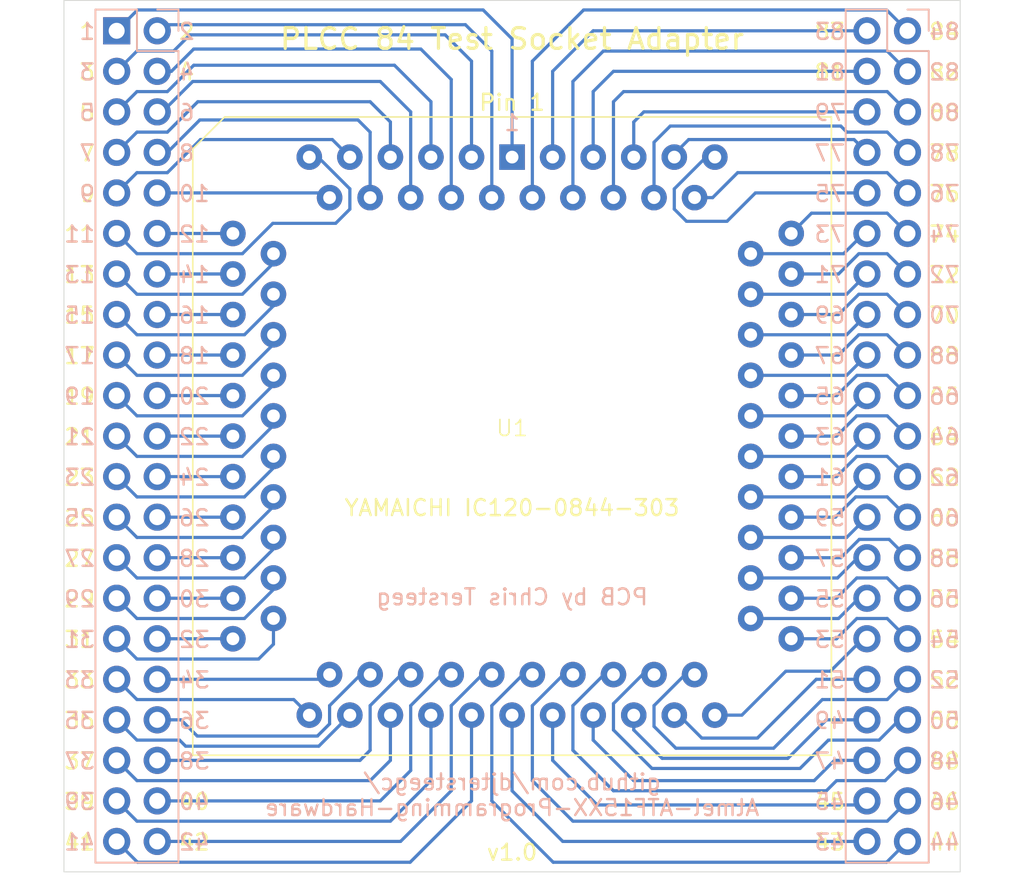
<source format=kicad_pcb>
(kicad_pcb (version 20240108) (generator "pcbnew") (generator_version "8.0")
  (title_block (title "PLCC-84 Test Socket Adapter") (date "2025-02-20") (rev "v1.0") (company "Chris Tersteeg"))
  (layers (0 "F.Cu" signal) (31 "B.Cu" signal) (34 "B.Paste" user) (35 "F.Paste" user) (36 "B.SilkS" user "B.Silkscreen") (37 "F.SilkS" user "F.Silkscreen") (38 "B.Mask" user) (39 "F.Mask" user) (44 "Edge.Cuts" user))
  (net 0 "")
  (net 1 "/Pin20")
  (net 2 "/Pin23")
  (net 3 "/Pin11")
  (net 4 "/Pin15")
  (net 5 "/Pin26")
  (net 6 "/Pin31")
  (net 7 "/Pin35")
  (net 8 "/Pin16")
  (net 9 "/Pin21")
  (net 10 "/Pin4")
  (net 11 "/Pin3")
  (net 12 "/Pin25")
  (net 13 "/Pin9")
  (net 14 "/Pin28")
  (net 15 "/Pin33")
  (net 16 "/Pin18")
  (net 17 "/Pin6")
  (net 18 "/Pin19")
  (net 19 "/Pin32")
  (net 20 "/Pin13")
  (net 21 "/Pin36")
  (net 22 "/Pin30")
  (net 23 "/Pin39")
  (net 24 "/Pin12")
  (net 25 "/Pin29")
  (net 26 "/Pin22")
  (net 27 "/Pin40")
  (net 28 "/Pin27")
  (net 29 "/Pin42")
  (net 30 "/Pin5")
  (net 31 "/Pin24")
  (net 32 "/Pin8")
  (net 33 "/Pin34")
  (net 34 "/Pin14")
  (net 35 "/Pin41")
  (net 36 "/Pin1")
  (net 37 "/Pin17")
  (net 38 "/Pin37")
  (net 39 "/Pin2")
  (net 40 "/Pin7")
  (net 41 "/Pin38")
  (net 42 "/Pin10")
  (net 43 "/Pin45")
  (net 44 "/Pin50")
  (net 45 "/Pin61")
  (net 46 "/Pin48")
  (net 47 "/Pin64")
  (net 48 "/Pin46")
  (net 49 "/Pin52")
  (net 50 "/Pin59")
  (net 51 "/Pin74")
  (net 52 "/Pin69")
  (net 53 "/Pin51")
  (net 54 "/Pin62")
  (net 55 "/Pin60")
  (net 56 "/Pin44")
  (net 57 "/Pin70")
  (net 58 "/Pin53")
  (net 59 "/Pin71")
  (net 60 "/Pin66")
  (net 61 "/Pin65")
  (net 62 "/Pin72")
  (net 63 "/Pin47")
  (net 64 "/Pin79")
  (net 65 "/Pin82")
  (net 66 "/Pin58")
  (net 67 "/Pin43")
  (net 68 "/Pin67")
  (net 69 "/Pin57")
  (net 70 "/Pin83")
  (net 71 "/Pin81")
  (net 72 "/Pin73")
  (net 73 "/Pin68")
  (net 74 "/Pin84")
  (net 75 "/Pin55")
  (net 76 "/Pin80")
  (net 77 "/Pin76")
  (net 78 "/Pin54")
  (net 79 "/Pin63")
  (net 80 "/Pin78")
  (net 81 "/Pin56")
  (net 82 "/Pin49")
  (net 83 "/Pin77")
  (net 84 "/Pin75")
  (footprint "Tersteeg:Yamaichi IC120-0844-303 PLCC84" (layer "F.Cu") (at 160.02 93.98)
    (property "Reference" "U1")
    (property "Value" "ATF1508AS-10JU84")
  )
  (footprint "Connector_PinHeader_2.54mm:PinHeader_2x21_P2.54mm_Vertical" (layer "B.Cu") (at 137.795 68.58 180)
    (property "Reference" "J1" (hide yes))
    (property "Value" "Conn_02x21_Odd_Even")
  )
  (footprint "Connector_PinHeader_2.54mm:PinHeader_2x21_P2.54mm_Vertical" (layer "B.Cu") (at 184.785 68.58 180)
    (property "Reference" "J2" (hide yes))
    (property "Value" "Conn_02x21_Odd_Even")
  )
  (gr_line (start 188.087 121.285) (end 131.953 121.285) (stroke (width 0.05)) (layer "Edge.Cuts"))
  (gr_line (start 131.953 66.675) (end 188.087 66.675) (stroke (width 0.05)) (layer "Edge.Cuts"))
  (gr_line (start 131.953 121.285) (end 131.953 66.675) (stroke (width 0.05)) (layer "Edge.Cuts"))
  (gr_line (start 188.087 66.675) (end 188.087 121.285) (stroke (width 0.05)) (layer "Edge.Cuts"))
  (gr_text "51" (at 180.975 109.855 0) (layer "B.SilkS") (effects (font (size 1 1) (thickness 0.15) (bold yes)) (justify left bottom mirror)))
  (gr_text "15" (at 133.985 86.995 0) (layer "B.SilkS") (effects (font (size 1 1) (thickness 0.15) (bold yes)) (justify left bottom mirror)))
  (gr_text "53" (at 180.975 107.315 0) (layer "B.SilkS") (effects (font (size 1 1) (thickness 0.15) (bold yes)) (justify left bottom mirror)))
  (gr_text "77" (at 180.975 76.835 0) (layer "B.SilkS") (effects (font (size 1 1) (thickness 0.15) (bold yes)) (justify left bottom mirror)))
  (gr_text "PCB by Chris Tersteeg" (at 160.02 104.648 0) (layer "B.SilkS") (effects (font (size 1 1) (thickness 0.15) (bold yes)) (justify bottom mirror)))
  (gr_text "42" (at 139.065 120.015 0) (layer "B.SilkS") (effects (font (size 1 1) (thickness 0.15) (bold yes)) (justify right bottom mirror)))
  (gr_text "16" (at 139.065 86.995 0) (layer "B.SilkS") (effects (font (size 1 1) (thickness 0.15) (bold yes)) (justify right bottom mirror)))
  (gr_text "11" (at 133.985 81.915 0) (layer "B.SilkS") (effects (font (size 1 1) (thickness 0.15) (bold yes)) (justify left bottom mirror)))
  (gr_text "67" (at 180.975 89.535 0) (layer "B.SilkS") (effects (font (size 1 1) (thickness 0.15) (bold yes)) (justify left bottom mirror)))
  (gr_text "63" (at 180.975 94.615 0) (layer "B.SilkS") (effects (font (size 1 1) (thickness 0.15) (bold yes)) (justify left bottom mirror)))
  (gr_text "48" (at 186.055 114.935 0) (layer "B.SilkS") (effects (font (size 1 1) (thickness 0.15) (bold yes)) (justify right bottom mirror)))
  (gr_text "33" (at 133.985 109.855 0) (layer "B.SilkS") (effects (font (size 1 1) (thickness 0.15) (bold yes)) (justify left bottom mirror)))
  (gr_text "30" (at 139.065 104.775 0) (layer "B.SilkS") (effects (font (size 1 1) (thickness 0.15) (bold yes)) (justify right bottom mirror)))
  (gr_text "8" (at 139.065 76.835 0) (layer "B.SilkS") (effects (font (size 1 1) (thickness 0.15) (bold yes)) (justify right bottom mirror)))
  (gr_text "80" (at 186.055 74.295 0) (layer "B.SilkS") (effects (font (size 1 1) (thickness 0.15) (bold yes)) (justify right bottom mirror)))
  (gr_text "6" (at 139.065 74.295 0) (layer "B.SilkS") (effects (font (size 1 1) (thickness 0.15) (bold yes)) (justify right bottom mirror)))
  (gr_text "31" (at 133.985 107.315 0) (layer "B.SilkS") (effects (font (size 1 1) (thickness 0.15) (bold yes)) (justify left bottom mirror)))
  (gr_text "10" (at 139.065 79.375 0) (layer "B.SilkS") (effects (font (size 1 1) (thickness 0.15) (bold yes)) (justify right bottom mirror)))
  (gr_text "17" (at 133.985 89.535 0) (layer "B.SilkS") (effects (font (size 1 1) (thickness 0.15) (bold yes)) (justify left bottom mirror)))
  (gr_text "28" (at 139.065 102.235 0) (layer "B.SilkS") (effects (font (size 1 1) (thickness 0.15) (bold yes)) (justify right bottom mirror)))
  (gr_text "22" (at 139.065 94.615 0) (layer "B.SilkS") (effects (font (size 1 1) (thickness 0.15) (bold yes)) (justify right bottom mirror)))
  (gr_text "45" (at 180.975 117.475 0) (layer "B.SilkS") (effects (font (size 1 1) (thickness 0.15) (bold yes)) (justify left bottom mirror)))
  (gr_text "37" (at 133.985 114.935 0) (layer "B.SilkS") (effects (font (size 1 1) (thickness 0.15) (bold yes)) (justify left bottom mirror)))
  (gr_text "61" (at 180.975 97.155 0) (layer "B.SilkS") (effects (font (size 1 1) (thickness 0.15) (bold yes)) (justify left bottom mirror)))
  (gr_text "73" (at 180.975 81.915 0) (layer "B.SilkS") (effects (font (size 1 1) (thickness 0.15) (bold yes)) (justify left bottom mirror)))
  (gr_text "2" (at 139.065 69.215 0) (layer "B.SilkS") (effects (font (size 1 1) (thickness 0.15) (bold yes)) (justify right bottom mirror)))
  (gr_text "54" (at 186.055 107.315 0) (layer "B.SilkS") (effects (font (size 1 1) (thickness 0.15) (bold yes)) (justify right bottom mirror)))
  (gr_text "github.com/djtersteegc/\nAtmel-ATF15XX-Programming-Hardware" (at 160.02 117.856 0) (layer "B.SilkS") (effects (font (size 1 1) (thickness 0.15) (bold yes)) (justify bottom mirror)))
  (gr_text "82" (at 186.055 71.755 0) (layer "B.SilkS") (effects (font (size 1 1) (thickness 0.15) (bold yes)) (justify right bottom mirror)))
  (gr_text "20" (at 139.065 92.075 0) (layer "B.SilkS") (effects (font (size 1 1) (thickness 0.15) (bold yes)) (justify right bottom mirror)))
  (gr_text "78" (at 186.055 76.835 0) (layer "B.SilkS") (effects (font (size 1 1) (thickness 0.15) (bold yes)) (justify right bottom mirror)))
  (gr_text "44" (at 186.055 120.015 0) (layer "B.SilkS") (effects (font (size 1 1) (thickness 0.15) (bold yes)) (justify right bottom mirror)))
  (gr_text "64" (at 186.055 94.615 0) (layer "B.SilkS") (effects (font (size 1 1) (thickness 0.15) (bold yes)) (justify right bottom mirror)))
  (gr_text "46" (at 186.055 117.475 0) (layer "B.SilkS") (effects (font (size 1 1) (thickness 0.15) (bold yes)) (justify right bottom mirror)))
  (gr_text "27" (at 133.985 102.235 0) (layer "B.SilkS") (effects (font (size 1 1) (thickness 0.15) (bold yes)) (justify left bottom mirror)))
  (gr_text "25" (at 133.985 99.695 0) (layer "B.SilkS") (effects (font (size 1 1) (thickness 0.15) (bold yes)) (justify left bottom mirror)))
  (gr_text "34" (at 139.065 109.855 0) (layer "B.SilkS") (effects (font (size 1 1) (thickness 0.15) (bold yes)) (justify right bottom mirror)))
  (gr_text "24" (at 139.065 97.155 0) (layer "B.SilkS") (effects (font (size 1 1) (thickness 0.15) (bold yes)) (justify right bottom mirror)))
  (gr_text "66" (at 186.055 92.075 0) (layer "B.SilkS") (effects (font (size 1 1) (thickness 0.15) (bold yes)) (justify right bottom mirror)))
  (gr_text "36" (at 139.065 112.395 0) (layer "B.SilkS") (effects (font (size 1 1) (thickness 0.15) (bold yes)) (justify right bottom mirror)))
  (gr_text "14" (at 139.065 84.455 0) (layer "B.SilkS") (effects (font (size 1 1) (thickness 0.15) (bold yes)) (justify right bottom mirror)))
  (gr_text "1" (at 160.02 74.93 0) (layer "B.SilkS") (effects (font (size 1 1) (thickness 0.15) (bold yes)) (justify bottom mirror)))
  (gr_text "84" (at 186.055 69.215 0) (layer "B.SilkS") (effects (font (size 1 1) (thickness 0.15) (bold yes)) (justify right bottom mirror)))
  (gr_text "29" (at 133.985 104.775 0) (layer "B.SilkS") (effects (font (size 1 1) (thickness 0.15) (bold yes)) (justify left bottom mirror)))
  (gr_text "58" (at 186.055 102.235 0) (layer "B.SilkS") (effects (font (size 1 1) (thickness 0.15) (bold yes)) (justify right bottom mirror)))
  (gr_text "12" (at 139.065 81.915 0) (layer "B.SilkS") (effects (font (size 1 1) (thickness 0.15) (bold yes)) (justify right bottom mirror)))
  (gr_text "65" (at 180.975 92.075 0) (layer "B.SilkS") (effects (font (size 1 1) (thickness 0.15) (bold yes)) (justify left bottom mirror)))
  (gr_text "74" (at 186.055 81.915 0) (layer "B.SilkS") (effects (font (size 1 1) (thickness 0.15) (bold yes)) (justify right bottom mirror)))
  (gr_text "7" (at 133.985 76.835 0) (layer "B.SilkS") (effects (font (size 1 1) (thickness 0.15) (bold yes)) (justify left bottom mirror)))
  (gr_text "5" (at 133.985 74.295 0) (layer "B.SilkS") (effects (font (size 1 1) (thickness 0.15) (bold yes)) (justify left bottom mirror)))
  (gr_text "79" (at 180.975 74.295 0) (layer "B.SilkS") (effects (font (size 1 1) (thickness 0.15) (bold yes)) (justify left bottom mirror)))
  (gr_text "43" (at 180.975 120.015 0) (layer "B.SilkS") (effects (font (size 1 1) (thickness 0.15) (bold yes)) (justify left bottom mirror)))
  (gr_text "47" (at 180.975 114.935 0) (layer "B.SilkS") (effects (font (size 1 1) (thickness 0.15) (bold yes)) (justify left bottom mirror)))
  (gr_text "52" (at 186.055 109.855 0) (layer "B.SilkS") (effects (font (size 1 1) (thickness 0.15) (bold yes)) (justify right bottom mirror)))
  (gr_text "72" (at 186.055 84.455 0) (layer "B.SilkS") (effects (font (size 1 1) (thickness 0.15) (bold yes)) (justify right bottom mirror)))
  (gr_text "26" (at 139.065 99.695 0) (layer "B.SilkS") (effects (font (size 1 1) (thickness 0.15) (bold yes)) (justify right bottom mirror)))
  (gr_text "57" (at 180.975 102.235 0) (layer "B.SilkS") (effects (font (size 1 1) (thickness 0.15) (bold yes)) (justify left bottom mirror)))
  (gr_text "76" (at 186.055 79.375 0) (layer "B.SilkS") (effects (font (size 1 1) (thickness 0.15) (bold yes)) (justify right bottom mirror)))
  (gr_text "3" (at 133.985 71.755 0) (layer "B.SilkS") (effects (font (size 1 1) (thickness 0.15) (bold yes)) (justify left bottom mirror)))
  (gr_text "69" (at 180.975 86.995 0) (layer "B.SilkS") (effects (font (size 1 1) (thickness 0.15) (bold yes)) (justify left bottom mirror)))
  (gr_text "32" (at 139.065 107.315 0) (layer "B.SilkS") (effects (font (size 1 1) (thickness 0.15) (bold yes)) (justify right bottom mirror)))
  (gr_text "56" (at 186.055 104.775 0) (layer "B.SilkS") (effects (font (size 1 1) (thickness 0.15) (bold yes)) (justify right bottom mirror)))
  (gr_text "9" (at 133.985 79.375 0) (layer "B.SilkS") (effects (font (size 1 1) (thickness 0.15) (bold yes)) (justify left bottom mirror)))
  (gr_text "55" (at 180.975 104.775 0) (layer "B.SilkS") (effects (font (size 1 1) (thickness 0.15) (bold yes)) (justify left bottom mirror)))
  (gr_text "70" (at 186.055 86.995 0) (layer "B.SilkS") (effects (font (size 1 1) (thickness 0.15) (bold yes)) (justify right bottom mirror)))
  (gr_text "71" (at 180.975 84.455 0) (layer "B.SilkS") (effects (font (size 1 1) (thickness 0.15) (bold yes)) (justify left bottom mirror)))
  (gr_text "41" (at 133.985 120.015 0) (layer "B.SilkS") (effects (font (size 1 1) (thickness 0.15) (bold yes)) (justify left bottom mirror)))
  (gr_text "81" (at 180.975 71.755 0) (layer "B.SilkS") (effects (font (size 1 1) (thickness 0.15) (bold yes)) (justify left bottom mirror)))
  (gr_text "49" (at 180.975 112.395 0) (layer "B.SilkS") (effects (font (size 1 1) (thickness 0.15) (bold yes)) (justify left bottom mirror)))
  (gr_text "50" (at 186.055 112.395 0) (layer "B.SilkS") (effects (font (size 1 1) (thickness 0.15) (bold yes)) (justify right bottom mirror)))
  (gr_text "19" (at 133.985 92.075 0) (layer "B.SilkS") (effects (font (size 1 1) (thickness 0.15) (bold yes)) (justify left bottom mirror)))
  (gr_text "21" (at 133.985 94.615 0) (layer "B.SilkS") (effects (font (size 1 1) (thickness 0.15) (bold yes)) (justify left bottom mirror)))
  (gr_text "1" (at 133.985 69.215 0) (layer "B.SilkS") (effects (font (size 1 1) (thickness 0.15) (bold yes)) (justify left bottom mirror)))
  (gr_text "18" (at 139.065 89.535 0) (layer "B.SilkS") (effects (font (size 1 1) (thickness 0.15) (bold yes)) (justify right bottom mirror)))
  (gr_text "62" (at 186.055 97.155 0) (layer "B.SilkS") (effects (font (size 1 1) (thickness 0.15) (bold yes)) (justify right bottom mirror)))
  (gr_text "83" (at 180.975 69.215 0) (layer "B.SilkS") (effects (font (size 1 1) (thickness 0.15) (bold yes)) (justify left bottom mirror)))
  (gr_text "13" (at 133.985 84.455 0) (layer "B.SilkS") (effects (font (size 1 1) (thickness 0.15) (bold yes)) (justify left bottom mirror)))
  (gr_text "60" (at 186.055 99.695 0) (layer "B.SilkS") (effects (font (size 1 1) (thickness 0.15) (bold yes)) (justify right bottom mirror)))
  (gr_text "39" (at 133.985 117.475 0) (layer "B.SilkS") (effects (font (size 1 1) (thickness 0.15) (bold yes)) (justify left bottom mirror)))
  (gr_text "40" (at 139.065 117.475 0) (layer "B.SilkS") (effects (font (size 1 1) (thickness 0.15) (bold yes)) (justify right bottom mirror)))
  (gr_text "59" (at 180.975 99.695 0) (layer "B.SilkS") (effects (font (size 1 1) (thickness 0.15) (bold yes)) (justify left bottom mirror)))
  (gr_text "23" (at 133.985 97.155 0) (layer "B.SilkS") (effects (font (size 1 1) (thickness 0.15) (bold yes)) (justify left bottom mirror)))
  (gr_text "38" (at 139.065 114.935 0) (layer "B.SilkS") (effects (font (size 1 1) (thickness 0.15) (bold yes)) (justify right bottom mirror)))
  (gr_text "35" (at 133.985 112.395 0) (layer "B.SilkS") (effects (font (size 1 1) (thickness 0.15) (bold yes)) (justify left bottom mirror)))
  (gr_text "68" (at 186.055 89.535 0) (layer "B.SilkS") (effects (font (size 1 1) (thickness 0.15) (bold yes)) (justify right bottom mirror)))
  (gr_text "75" (at 180.975 79.375 0) (layer "B.SilkS") (effects (font (size 1 1) (thickness 0.15) (bold yes)) (justify left bottom mirror)))
  (gr_text "4" (at 139.065 71.755 0) (layer "B.SilkS") (effects (font (size 1 1) (thickness 0.15) (bold yes)) (justify right bottom mirror)))
  (gr_text "25" (at 133.985 99.695 0) (layer "F.SilkS") (effects (font (size 1 1) (thickness 0.15) (bold yes)) (justify right bottom)))
  (gr_text "43" (at 180.975 120.015 0) (layer "F.SilkS") (effects (font (size 1 1) (thickness 0.15) (bold yes)) (justify right bottom)))
  (gr_text "46" (at 186.055 117.475 0) (layer "F.SilkS") (effects (font (size 1 1) (thickness 0.15) (bold yes)) (justify left bottom)))
  (gr_text "80" (at 186.055 74.295 0) (layer "F.SilkS") (effects (font (size 1 1) (thickness 0.15) (bold yes)) (justify left bottom)))
  (gr_text "23" (at 133.985 97.155 0) (layer "F.SilkS") (effects (font (size 1 1) (thickness 0.15) (bold yes)) (justify right bottom)))
  (gr_text "74" (at 186.055 81.915 0) (layer "F.SilkS") (effects (font (size 1 1) (thickness 0.15) (bold yes)) (justify left bottom)))
  (gr_text "68" (at 186.055 89.535 0) (layer "F.SilkS") (effects (font (size 1 1) (thickness 0.15) (bold yes)) (justify left bottom)))
  (gr_text "60" (at 186.055 99.695 0) (layer "F.SilkS") (effects (font (size 1 1) (thickness 0.15) (bold yes)) (justify left bottom)))
  (gr_text "70" (at 186.055 86.995 0) (layer "F.SilkS") (effects (font (size 1 1) (thickness 0.15) (bold yes)) (justify left bottom)))
  (gr_text "9" (at 133.985 79.375 0) (layer "F.SilkS") (effects (font (size 1 1) (thickness 0.15) (bold yes)) (justify right bottom)))
  (gr_text "15" (at 133.985 86.995 0) (layer "F.SilkS") (effects (font (size 1 1) (thickness 0.15) (bold yes)) (justify right bottom)))
  (gr_text "11" (at 133.985 81.915 0) (layer "F.SilkS") (effects (font (size 1 1) (thickness 0.15) (bold yes)) (justify right bottom)))
  (gr_text "31" (at 133.985 107.315 0) (layer "F.SilkS") (effects (font (size 1 1) (thickness 0.15) (bold yes)) (justify right bottom)))
  (gr_text "YAMAICHI IC120-0844-303\n" (at 160.02 99.06 0) (layer "F.SilkS") (effects (font (size 1 1)) (justify bottom)))
  (gr_text "78" (at 186.055 76.835 0) (layer "F.SilkS") (effects (font (size 1 1) (thickness 0.15) (bold yes)) (justify left bottom)))
  (gr_text "72" (at 186.055 84.455 0) (layer "F.SilkS") (effects (font (size 1 1) (thickness 0.15) (bold yes)) (justify left bottom)))
  (gr_text "45" (at 180.975 117.475 0) (layer "F.SilkS") (effects (font (size 1 1) (thickness 0.15) (bold yes)) (justify right bottom)))
  (gr_text "5" (at 133.985 74.295 0) (layer "F.SilkS") (effects (font (size 1 1) (thickness 0.15) (bold yes)) (justify right bottom)))
  (gr_text "21" (at 133.985 94.615 0) (layer "F.SilkS") (effects (font (size 1 1) (thickness 0.15) (bold yes)) (justify right bottom)))
  (gr_text "39" (at 133.985 117.475 0) (layer "F.SilkS") (effects (font (size 1 1) (thickness 0.15) (bold yes)) (justify right bottom)))
  (gr_text "52" (at 186.055 109.855 0) (layer "F.SilkS") (effects (font (size 1 1) (thickness 0.15) (bold yes)) (justify left bottom)))
  (gr_text "50" (at 186.055 112.395 0) (layer "F.SilkS") (effects (font (size 1 1) (thickness 0.15) (bold yes)) (justify left bottom)))
  (gr_text "41" (at 133.985 120.015 0) (layer "F.SilkS") (effects (font (size 1 1) (thickness 0.15) (bold yes)) (justify right bottom)))
  (gr_text "4" (at 139.065 71.755 0) (layer "F.SilkS") (effects (font (size 1 1) (thickness 0.15) (bold yes)) (justify left bottom)))
  (gr_text "40" (at 139.065 117.475 0) (layer "F.SilkS") (effects (font (size 1 1) (thickness 0.15) (bold yes)) (justify left bottom)))
  (gr_text "81" (at 180.975 71.755 0) (layer "F.SilkS") (effects (font (size 1 1) (thickness 0.15) (bold yes)) (justify right bottom)))
  (gr_text "3" (at 133.985 71.755 0) (layer "F.SilkS") (effects (font (size 1 1) (thickness 0.15) (bold yes)) (justify right bottom)))
  (gr_text "83" (at 180.975 69.215 0) (layer "F.SilkS") (effects (font (size 1 1) (thickness 0.15) (bold yes)) (justify right bottom)))
  (gr_text "62" (at 186.055 97.155 0) (layer "F.SilkS") (effects (font (size 1 1) (thickness 0.15) (bold yes)) (justify left bottom)))
  (gr_text "33" (at 133.985 109.855 0) (layer "F.SilkS") (effects (font (size 1 1) (thickness 0.15) (bold yes)) (justify right bottom)))
  (gr_text "58" (at 186.055 102.235 0) (layer "F.SilkS") (effects (font (size 1 1) (thickness 0.15) (bold yes)) (justify left bottom)))
  (gr_text "48" (at 186.055 114.935 0) (layer "F.SilkS") (effects (font (size 1 1) (thickness 0.15) (bold yes)) (justify left bottom)))
  (gr_text "42" (at 139.065 120.015 0) (layer "F.SilkS") (effects (font (size 1 1) (thickness 0.15) (bold yes)) (justify left bottom)))
  (gr_text "84" (at 186.055 69.215 0) (layer "F.SilkS") (effects (font (size 1 1) (thickness 0.15) (bold yes)) (justify left bottom)))
  (gr_text "35" (at 133.985 112.395 0) (layer "F.SilkS") (effects (font (size 1 1) (thickness 0.15) (bold yes)) (justify right bottom)))
  (gr_text "13" (at 133.985 84.455 0) (layer "F.SilkS") (effects (font (size 1 1) (thickness 0.15) (bold yes)) (justify right bottom)))
  (gr_text "56" (at 186.055 104.775 0) (layer "F.SilkS") (effects (font (size 1 1) (thickness 0.15) (bold yes)) (justify left bottom)))
  (gr_text "1" (at 133.985 69.215 0) (layer "F.SilkS") (effects (font (size 1 1) (thickness 0.15) (bold yes)) (justify right bottom)))
  (gr_text "7" (at 133.985 76.835 0) (layer "F.SilkS") (effects (font (size 1 1) (thickness 0.15) (bold yes)) (justify right bottom)))
  (gr_text "66" (at 186.055 92.075 0) (layer "F.SilkS") (effects (font (size 1 1) (thickness 0.15) (bold yes)) (justify left bottom)))
  (gr_text "19" (at 133.985 92.075 0) (layer "F.SilkS") (effects (font (size 1 1) (thickness 0.15) (bold yes)) (justify right bottom)))
  (gr_text "76" (at 186.055 79.375 0) (layer "F.SilkS") (effects (font (size 1 1) (thickness 0.15) (bold yes)) (justify left bottom)))
  (gr_text "Pin 1" (at 160.02 73.66 0) (layer "F.SilkS") (effects (font (size 1 1)) (justify bottom)))
  (gr_text "PLCC 84 Test Socket Adapter" (at 160.02 69.85 0) (layer "F.SilkS") (effects (font (size 1.3 1.3) (thickness 0.2)) (justify bottom)))
  (gr_text "37" (at 133.985 114.935 0) (layer "F.SilkS") (effects (font (size 1 1) (thickness 0.15) (bold yes)) (justify right bottom)))
  (gr_text "27" (at 133.985 102.235 0) (layer "F.SilkS") (effects (font (size 1 1) (thickness 0.15) (bold yes)) (justify right bottom)))
  (gr_text "64" (at 186.055 94.615 0) (layer "F.SilkS") (effects (font (size 1 1) (thickness 0.15) (bold yes)) (justify left bottom)))
  (gr_text "2" (at 139.065 69.215 0) (layer "F.SilkS") (effects (font (size 1 1) (thickness 0.15) (bold yes)) (justify left bottom)))
  (gr_text "44" (at 186.055 120.015 0) (layer "F.SilkS") (effects (font (size 1 1) (thickness 0.15) (bold yes)) (justify left bottom)))
  (gr_text "82" (at 186.055 71.755 0) (layer "F.SilkS") (effects (font (size 1 1) (thickness 0.15) (bold yes)) (justify left bottom)))
  (gr_text "29" (at 133.985 104.775 0) (layer "F.SilkS") (effects (font (size 1 1) (thickness 0.15) (bold yes)) (justify right bottom)))
  (gr_text "54" (at 186.055 107.315 0) (layer "F.SilkS") (effects (font (size 1 1) (thickness 0.15) (bold yes)) (justify left bottom)))
  (gr_text "17" (at 133.985 89.535 0) (layer "F.SilkS") (effects (font (size 1 1) (thickness 0.15) (bold yes)) (justify right bottom)))
  (gr_text "v1.0" (at 160.02 120.65 0) (layer "F.SilkS") (effects (font (size 1 1)) (justify bottom)))
  (segment (start 137.795 91.44) (end 142.535 91.44) (width 0.2) (layer "B.Cu") (net 1))
  (segment (start 143.256 97.79) (end 145.075 95.971) (width 0.2) (layer "B.Cu") (net 2))
  (segment (start 135.255 96.52) (end 136.525 97.79) (width 0.2) (layer "B.Cu") (net 2))
  (segment (start 145.075 95.971) (end 145.075 95.25) (width 0.2) (layer "B.Cu") (net 2))
  (segment (start 136.525 97.79) (end 143.256 97.79) (width 0.2) (layer "B.Cu") (net 2))
  (segment (start 149.86 79.756) (end 149.86 78.486) (width 0.2) (layer "B.Cu") (net 3))
  (segment (start 145.034 80.645) (end 148.971 80.645) (width 0.2) (layer "B.Cu") (net 3))
  (segment (start 135.255 81.28) (end 136.525 82.55) (width 0.2) (layer "B.Cu") (net 3))
  (segment (start 149.86 78.486) (end 147.869 76.495) (width 0.2) (layer "B.Cu") (net 3))
  (segment (start 148.971 80.645) (end 149.86 79.756) (width 0.2) (layer "B.Cu") (net 3))
  (segment (start 143.129 82.55) (end 145.034 80.645) (width 0.2) (layer "B.Cu") (net 3))
  (segment (start 136.525 82.55) (end 143.129 82.55) (width 0.2) (layer "B.Cu") (net 3))
  (segment (start 147.869 76.495) (end 147.32 76.495) (width 0.2) (layer "B.Cu") (net 3))
  (segment (start 136.525 87.63) (end 143.256 87.63) (width 0.2) (layer "B.Cu") (net 4))
  (segment (start 143.256 87.63) (end 145.075 85.811) (width 0.2) (layer "B.Cu") (net 4))
  (segment (start 135.255 86.36) (end 136.525 87.63) (width 0.2) (layer "B.Cu") (net 4))
  (segment (start 145.075 85.811) (end 145.075 85.09) (width 0.2) (layer "B.Cu") (net 4))
  (segment (start 137.795 99.06) (end 142.535 99.06) (width 0.2) (layer "B.Cu") (net 5))
  (segment (start 136.525 107.95) (end 144.145 107.95) (width 0.2) (layer "B.Cu") (net 6))
  (segment (start 144.145 107.95) (end 145.075 107.02) (width 0.2) (layer "B.Cu") (net 6))
  (segment (start 145.075 107.02) (end 145.075 105.41) (width 0.2) (layer "B.Cu") (net 6))
  (segment (start 135.255 106.68) (end 136.525 107.95) (width 0.2) (layer "B.Cu") (net 6))
  (segment (start 147.914 113.411) (end 149.86 111.465) (width 0.2) (layer "B.Cu") (net 7))
  (segment (start 136.525 113.03) (end 139.192 113.03) (width 0.2) (layer "B.Cu") (net 7))
  (segment (start 135.255 111.76) (end 136.525 113.03) (width 0.2) (layer "B.Cu") (net 7))
  (segment (start 139.192 113.03) (end 139.573 113.411) (width 0.2) (layer "B.Cu") (net 7))
  (segment (start 139.573 113.411) (end 147.914 113.411) (width 0.2) (layer "B.Cu") (net 7))
  (segment (start 137.795 86.36) (end 142.535 86.36) (width 0.2) (layer "B.Cu") (net 8))
  (segment (start 135.255 93.98) (end 136.525 95.25) (width 0.2) (layer "B.Cu") (net 9))
  (segment (start 136.525 95.25) (end 143.129 95.25) (width 0.2) (layer "B.Cu") (net 9))
  (segment (start 143.129 95.25) (end 145.075 93.304) (width 0.2) (layer "B.Cu") (net 9))
  (segment (start 145.075 93.304) (end 145.075 92.71) (width 0.2) (layer "B.Cu") (net 9))
  (segment (start 138.684 71.12) (end 137.795 71.12) (width 0.2) (layer "B.Cu") (net 10))
  (segment (start 154.305 69.723) (end 140.081 69.723) (width 0.2) (layer "B.Cu") (net 10))
  (segment (start 156.21 71.628) (end 154.305 69.723) (width 0.2) (layer "B.Cu") (net 10))
  (segment (start 156.21 79.035) (end 156.21 71.628) (width 0.2) (layer "B.Cu") (net 10))
  (segment (start 140.081 69.723) (end 138.684 71.12) (width 0.2) (layer "B.Cu") (net 10))
  (segment (start 138.825 69.85) (end 136.525 69.85) (width 0.2) (layer "B.Cu") (net 11))
  (segment (start 139.841 68.834) (end 138.825 69.85) (width 0.2) (layer "B.Cu") (net 11))
  (segment (start 157.48 70.485) (end 155.829 68.834) (width 0.2) (layer "B.Cu") (net 11))
  (segment (start 136.525 69.85) (end 135.255 71.12) (width 0.2) (layer "B.Cu") (net 11))
  (segment (start 155.829 68.834) (end 139.841 68.834) (width 0.2) (layer "B.Cu") (net 11))
  (segment (start 157.48 76.495) (end 157.48 70.485) (width 0.2) (layer "B.Cu") (net 11))
  (segment (start 136.525 100.33) (end 143.129 100.33) (width 0.2) (layer "B.Cu") (net 12))
  (segment (start 143.129 100.33) (end 145.075 98.384) (width 0.2) (layer "B.Cu") (net 12))
  (segment (start 135.255 99.06) (end 136.525 100.33) (width 0.2) (layer "B.Cu") (net 12))
  (segment (start 145.075 98.384) (end 145.075 97.79) (width 0.2) (layer "B.Cu") (net 12))
  (segment (start 149.86 76.495) (end 148.76 75.395) (width 0.2) (layer "B.Cu") (net 13))
  (segment (start 136.525 77.47) (end 135.255 78.74) (width 0.2) (layer "B.Cu") (net 13))
  (segment (start 140.505 75.395) (end 138.43 77.47) (width 0.2) (layer "B.Cu") (net 13))
  (segment (start 138.43 77.47) (end 136.525 77.47) (width 0.2) (layer "B.Cu") (net 13))
  (segment (start 148.76 75.395) (end 140.505 75.395) (width 0.2) (layer "B.Cu") (net 13))
  (segment (start 137.795 101.6) (end 142.535 101.6) (width 0.2) (layer "B.Cu") (net 14))
  (segment (start 136.525 110.49) (end 135.255 109.22) (width 0.2) (layer "B.Cu") (net 15))
  (segment (start 146.345 110.49) (end 136.525 110.49) (width 0.2) (layer "B.Cu") (net 15))
  (segment (start 147.32 111.465) (end 146.345 110.49) (width 0.2) (layer "B.Cu") (net 15))
  (segment (start 137.795 88.9) (end 142.535 88.9) (width 0.2) (layer "B.Cu") (net 16))
  (segment (start 151.765 71.755) (end 140.0175 71.755) (width 0.2) (layer "B.Cu") (net 17))
  (segment (start 140.0175 71.755) (end 138.1125 73.66) (width 0.2) (layer "B.Cu") (net 17))
  (segment (start 138.1125 73.66) (end 137.795 73.66) (width 0.2) (layer "B.Cu") (net 17))
  (segment (start 153.67 79.035) (end 153.67 73.66) (width 0.2) (layer "B.Cu") (net 17))
  (segment (start 153.67 73.66) (end 151.765 71.755) (width 0.2) (layer "B.Cu") (net 17))
  (segment (start 143.129 92.71) (end 145.075 90.764) (width 0.2) (layer "B.Cu") (net 18))
  (segment (start 136.525 92.71) (end 143.129 92.71) (width 0.2) (layer "B.Cu") (net 18))
  (segment (start 135.255 91.44) (end 136.525 92.71) (width 0.2) (layer "B.Cu") (net 18))
  (segment (start 145.075 90.764) (end 145.075 90.17) (width 0.2) (layer "B.Cu") (net 18))
  (segment (start 142.535 106.68) (end 137.795 106.68) (width 0.2) (layer "B.Cu") (net 19))
  (segment (start 135.255 83.82) (end 136.525 85.09) (width 0.2) (layer "B.Cu") (net 20))
  (segment (start 143.129 85.09) (end 145.075 83.144) (width 0.2) (layer "B.Cu") (net 20))
  (segment (start 136.525 85.09) (end 143.129 85.09) (width 0.2) (layer "B.Cu") (net 20))
  (segment (start 145.075 83.144) (end 145.075 82.55) (width 0.2) (layer "B.Cu") (net 20))
  (segment (start 147.828 112.776) (end 140.300343 112.776) (width 0.2) (layer "B.Cu") (net 21))
  (segment (start 151.13 108.925) (end 150.536 108.925) (width 0.2) (layer "B.Cu") (net 21))
  (segment (start 150.536 108.925) (end 148.59 110.871) (width 0.2) (layer "B.Cu") (net 21))
  (segment (start 148.59 112.014) (end 147.828 112.776) (width 0.2) (layer "B.Cu") (net 21))
  (segment (start 148.59 110.871) (end 148.59 112.014) (width 0.2) (layer "B.Cu") (net 21))
  (segment (start 140.300343 112.776) (end 139.284343 111.76) (width 0.2) (layer "B.Cu") (net 21))
  (segment (start 139.284343 111.76) (end 137.795 111.76) (width 0.2) (layer "B.Cu") (net 21))
  (segment (start 137.795 104.14) (end 142.535 104.14) (width 0.2) (layer "B.Cu") (net 22))
  (segment (start 136.525 118.11) (end 152.4 118.11) (width 0.2) (layer "B.Cu") (net 23))
  (segment (start 152.4 118.11) (end 154.94 115.57) (width 0.2) (layer "B.Cu") (net 23))
  (segment (start 135.255 116.84) (end 136.525 118.11) (width 0.2) (layer "B.Cu") (net 23))
  (segment (start 154.94 115.57) (end 154.94 111.465) (width 0.2) (layer "B.Cu") (net 23))
  (segment (start 137.795 81.28) (end 142.535 81.28) (width 0.2) (layer "B.Cu") (net 24))
  (segment (start 145.075 103.591) (end 145.075 102.87) (width 0.2) (layer "B.Cu") (net 25))
  (segment (start 135.255 104.14) (end 136.525 105.41) (width 0.2) (layer "B.Cu") (net 25))
  (segment (start 143.256 105.41) (end 145.075 103.591) (width 0.2) (layer "B.Cu") (net 25))
  (segment (start 136.525 105.41) (end 143.256 105.41) (width 0.2) (layer "B.Cu") (net 25))
  (segment (start 137.795 93.98) (end 142.535 93.98) (width 0.2) (layer "B.Cu") (net 26))
  (segment (start 153.67 110.871) (end 153.67 114.935) (width 0.2) (layer "B.Cu") (net 27))
  (segment (start 153.67 114.935) (end 151.765 116.84) (width 0.2) (layer "B.Cu") (net 27))
  (segment (start 155.616 108.925) (end 153.67 110.871) (width 0.2) (layer "B.Cu") (net 27))
  (segment (start 151.765 116.84) (end 137.795 116.84) (width 0.2) (layer "B.Cu") (net 27))
  (segment (start 156.21 108.925) (end 155.616 108.925) (width 0.2) (layer "B.Cu") (net 27))
  (segment (start 143.256 102.87) (end 145.075 101.051) (width 0.2) (layer "B.Cu") (net 28))
  (segment (start 136.525 102.87) (end 143.256 102.87) (width 0.2) (layer "B.Cu") (net 28))
  (segment (start 145.075 101.051) (end 145.075 100.33) (width 0.2) (layer "B.Cu") (net 28))
  (segment (start 135.255 101.6) (end 136.525 102.87) (width 0.2) (layer "B.Cu") (net 28))
  (segment (start 158.75 108.925) (end 158.156 108.925) (width 0.2) (layer "B.Cu") (net 29))
  (segment (start 153.035 119.38) (end 137.795 119.38) (width 0.2) (layer "B.Cu") (net 29))
  (segment (start 156.21 116.205) (end 153.035 119.38) (width 0.2) (layer "B.Cu") (net 29))
  (segment (start 158.156 108.925) (end 156.21 110.871) (width 0.2) (layer "B.Cu") (net 29))
  (segment (start 156.21 110.871) (end 156.21 116.205) (width 0.2) (layer "B.Cu") (net 29))
  (segment (start 152.654 70.739) (end 140.081 70.739) (width 0.2) (layer "B.Cu") (net 30))
  (segment (start 138.43 72.39) (end 136.525 72.39) (width 0.2) (layer "B.Cu") (net 30))
  (segment (start 140.081 70.739) (end 138.43 72.39) (width 0.2) (layer "B.Cu") (net 30))
  (segment (start 154.94 73.025) (end 152.654 70.739) (width 0.2) (layer "B.Cu") (net 30))
  (segment (start 136.525 72.39) (end 135.255 73.66) (width 0.2) (layer "B.Cu") (net 30))
  (segment (start 154.94 76.495) (end 154.94 73.025) (width 0.2) (layer "B.Cu") (net 30))
  (segment (start 137.795 96.52) (end 142.535 96.52) (width 0.2) (layer "B.Cu") (net 31))
  (segment (start 140.462 74.168) (end 138.43 76.2) (width 0.2) (layer "B.Cu") (net 32))
  (segment (start 150.368 74.168) (end 140.462 74.168) (width 0.2) (layer "B.Cu") (net 32))
  (segment (start 151.13 79.035) (end 151.13 74.93) (width 0.2) (layer "B.Cu") (net 32))
  (segment (start 138.43 76.2) (end 137.795 76.2) (width 0.2) (layer "B.Cu") (net 32))
  (segment (start 151.13 74.93) (end 150.368 74.168) (width 0.2) (layer "B.Cu") (net 32))
  (segment (start 148.59 108.925) (end 148.295 109.22) (width 0.2) (layer "B.Cu") (net 33))
  (segment (start 148.295 109.22) (end 137.795 109.22) (width 0.2) (layer "B.Cu") (net 33))
  (segment (start 137.795 83.82) (end 142.535 83.82) (width 0.2) (layer "B.Cu") (net 34))
  (segment (start 153.635 120.685) (end 157.48 116.84) (width 0.2) (layer "B.Cu") (net 35))
  (segment (start 135.255 119.38) (end 136.56 120.685) (width 0.2) (layer "B.Cu") (net 35))
  (segment (start 136.56 120.685) (end 153.635 120.685) (width 0.2) (layer "B.Cu") (net 35))
  (segment (start 157.48 116.84) (end 157.48 111.465) (width 0.2) (layer "B.Cu") (net 35))
  (segment (start 136.56 67.275) (end 135.255 68.58) (width 0.2) (layer "B.Cu") (net 36))
  (segment (start 160.02 69.088) (end 158.207 67.275) (width 0.2) (layer "B.Cu") (net 36))
  (segment (start 158.207 67.275) (end 136.56 67.275) (width 0.2) (layer "B.Cu") (net 36))
  (segment (start 160.02 76.495) (end 160.02 69.088) (width 0.2) (layer "B.Cu") (net 36))
  (segment (start 136.525 90.17) (end 143.129 90.17) (width 0.2) (layer "B.Cu") (net 37))
  (segment (start 145.075 88.224) (end 145.075 87.63) (width 0.2) (layer "B.Cu") (net 37))
  (segment (start 135.255 88.9) (end 136.525 90.17) (width 0.2) (layer "B.Cu") (net 37))
  (segment (start 143.129 90.17) (end 145.075 88.224) (width 0.2) (layer "B.Cu") (net 37))
  (segment (start 152.4 114.3) (end 152.4 111.465) (width 0.2) (layer "B.Cu") (net 38))
  (segment (start 151.13 115.57) (end 152.4 114.3) (width 0.2) (layer "B.Cu") (net 38))
  (segment (start 135.255 114.3) (end 136.525 115.57) (width 0.2) (layer "B.Cu") (net 38))
  (segment (start 136.525 115.57) (end 151.13 115.57) (width 0.2) (layer "B.Cu") (net 38))
  (segment (start 158.75 69.85) (end 157.099 68.199) (width 0.2) (layer "B.Cu") (net 39))
  (segment (start 158.75 79.035) (end 158.75 69.85) (width 0.2) (layer "B.Cu") (net 39))
  (segment (start 138.176 68.199) (end 137.795 68.58) (width 0.2) (layer "B.Cu") (net 39))
  (segment (start 157.099 68.199) (end 138.176 68.199) (width 0.2) (layer "B.Cu") (net 39))
  (segment (start 138.43 74.93) (end 136.525 74.93) (width 0.2) (layer "B.Cu") (net 40))
  (segment (start 152.4 74.295) (end 151.13 73.025) (width 0.2) (layer "B.Cu") (net 40))
  (segment (start 140.335 73.025) (end 138.43 74.93) (width 0.2) (layer "B.Cu") (net 40))
  (segment (start 136.525 74.93) (end 135.255 76.2) (width 0.2) (layer "B.Cu") (net 40))
  (segment (start 152.4 76.495) (end 152.4 74.295) (width 0.2) (layer "B.Cu") (net 40))
  (segment (start 151.13 73.025) (end 140.335 73.025) (width 0.2) (layer "B.Cu") (net 40))
  (segment (start 150.495 114.3) (end 137.795 114.3) (width 0.2) (layer "B.Cu") (net 41))
  (segment (start 153.076 108.925) (end 151.13 110.871) (width 0.2) (layer "B.Cu") (net 41))
  (segment (start 151.13 110.871) (end 151.13 113.665) (width 0.2) (layer "B.Cu") (net 41))
  (segment (start 151.13 113.665) (end 150.495 114.3) (width 0.2) (layer "B.Cu") (net 41))
  (segment (start 153.67 108.925) (end 153.076 108.925) (width 0.2) (layer "B.Cu") (net 41))
  (segment (start 148.295 78.74) (end 137.795 78.74) (width 0.2) (layer "B.Cu") (net 42))
  (segment (start 148.59 79.035) (end 148.295 78.74) (width 0.2) (layer "B.Cu") (net 42))
  (segment (start 181.991 117.094) (end 182.245 116.84) (width 0.2) (layer "B.Cu") (net 43))
  (segment (start 165.354 117.094) (end 181.991 117.094) (width 0.2) (layer "B.Cu") (net 43))
  (segment (start 162.56 114.3) (end 165.354 117.094) (width 0.2) (layer "B.Cu") (net 43))
  (segment (start 162.56 111.465) (end 162.56 114.3) (width 0.2) (layer "B.Cu") (net 43))
  (segment (start 179.832 113.03) (end 183.007 113.03) (width 0.2) (layer "B.Cu") (net 44))
  (segment (start 183.007 113.03) (end 184.277 111.76) (width 0.2) (layer "B.Cu") (net 44))
  (segment (start 168.783 114.808) (end 178.054 114.808) (width 0.2) (layer "B.Cu") (net 44))
  (segment (start 178.054 114.808) (end 179.832 113.03) (width 0.2) (layer "B.Cu") (net 44))
  (segment (start 184.277 111.76) (end 184.785 111.76) (width 0.2) (layer "B.Cu") (net 44))
  (segment (start 168.91 108.925) (end 168.189 108.925) (width 0.2) (layer "B.Cu") (net 44))
  (segment (start 166.37 110.744) (end 166.37 112.395) (width 0.2) (layer "B.Cu") (net 44))
  (segment (start 168.189 108.925) (end 166.37 110.744) (width 0.2) (layer "B.Cu") (net 44))
  (segment (start 166.37 112.395) (end 168.783 114.808) (width 0.2) (layer "B.Cu") (net 44))
  (segment (start 174.965 97.79) (end 180.975 97.79) (width 0.2) (layer "B.Cu") (net 45))
  (segment (start 180.975 97.79) (end 182.245 96.52) (width 0.2) (layer "B.Cu") (net 45))
  (segment (start 184.658 114.3) (end 184.785 114.3) (width 0.2) (layer "B.Cu") (net 46))
  (segment (start 166.37 108.925) (end 165.776 108.925) (width 0.2) (layer "B.Cu") (net 46))
  (segment (start 180.34 115.57) (end 183.388 115.57) (width 0.2) (layer "B.Cu") (net 46))
  (segment (start 183.388 115.57) (end 184.658 114.3) (width 0.2) (layer "B.Cu") (net 46))
  (segment (start 166.37 116.205) (end 179.705 116.205) (width 0.2) (layer "B.Cu") (net 46))
  (segment (start 179.705 116.205) (end 180.34 115.57) (width 0.2) (layer "B.Cu") (net 46))
  (segment (start 163.83 113.665) (end 166.37 116.205) (width 0.2) (layer "B.Cu") (net 46))
  (segment (start 165.776 108.925) (end 163.83 110.871) (width 0.2) (layer "B.Cu") (net 46))
  (segment (start 163.83 110.871) (end 163.83 113.665) (width 0.2) (layer "B.Cu") (net 46))
  (segment (start 183.515 92.71) (end 184.785 93.98) (width 0.2) (layer "B.Cu") (net 47))
  (segment (start 177.505 93.98) (end 180.34 93.98) (width 0.2) (layer "B.Cu") (net 47))
  (segment (start 181.61 92.71) (end 183.515 92.71) (width 0.2) (layer "B.Cu") (net 47))
  (segment (start 180.34 93.98) (end 181.61 92.71) (width 0.2) (layer "B.Cu") (net 47))
  (segment (start 163.83 108.925) (end 163.236 108.925) (width 0.2) (layer "B.Cu") (net 48))
  (segment (start 183.515 118.11) (end 184.785 116.84) (width 0.2) (layer "B.Cu") (net 48))
  (segment (start 163.83 118.11) (end 183.515 118.11) (width 0.2) (layer "B.Cu") (net 48))
  (segment (start 161.29 115.57) (end 163.83 118.11) (width 0.2) (layer "B.Cu") (net 48))
  (segment (start 161.29 110.871) (end 161.29 115.57) (width 0.2) (layer "B.Cu") (net 48))
  (segment (start 163.236 108.925) (end 161.29 110.871) (width 0.2) (layer "B.Cu") (net 48))
  (segment (start 170.856 108.925) (end 168.91 110.871) (width 0.2) (layer "B.Cu") (net 49))
  (segment (start 179.451 110.49) (end 183.515 110.49) (width 0.2) (layer "B.Cu") (net 49))
  (segment (start 168.91 112.169314) (end 170.278686 113.538) (width 0.2) (layer "B.Cu") (net 49))
  (segment (start 176.403 113.538) (end 179.451 110.49) (width 0.2) (layer "B.Cu") (net 49))
  (segment (start 171.45 108.925) (end 170.856 108.925) (width 0.2) (layer "B.Cu") (net 49))
  (segment (start 183.515 110.49) (end 184.785 109.22) (width 0.2) (layer "B.Cu") (net 49))
  (segment (start 170.278686 113.538) (end 176.403 113.538) (width 0.2) (layer "B.Cu") (net 49))
  (segment (start 168.91 110.871) (end 168.91 112.169314) (width 0.2) (layer "B.Cu") (net 49))
  (segment (start 174.965 100.33) (end 180.975 100.33) (width 0.2) (layer "B.Cu") (net 50))
  (segment (start 180.975 100.33) (end 182.245 99.06) (width 0.2) (layer "B.Cu") (net 50))
  (segment (start 183.515 80.01) (end 184.785 81.28) (width 0.2) (layer "B.Cu") (net 51))
  (segment (start 178.775 80.01) (end 183.515 80.01) (width 0.2) (layer "B.Cu") (net 51))
  (segment (start 177.505 81.28) (end 178.775 80.01) (width 0.2) (layer "B.Cu") (net 51))
  (segment (start 174.965 87.63) (end 180.975 87.63) (width 0.2) (layer "B.Cu") (net 52))
  (segment (start 180.975 87.63) (end 182.245 86.36) (width 0.2) (layer "B.Cu") (net 52))
  (segment (start 170.465635 111.465) (end 171.903635 112.903) (width 0.2) (layer "B.Cu") (net 53))
  (segment (start 175.387 112.903) (end 179.07 109.22) (width 0.2) (layer "B.Cu") (net 53))
  (segment (start 171.903635 112.903) (end 175.387 112.903) (width 0.2) (layer "B.Cu") (net 53))
  (segment (start 170.18 111.465) (end 170.465635 111.465) (width 0.2) (layer "B.Cu") (net 53))
  (segment (start 179.07 109.22) (end 182.245 109.22) (width 0.2) (layer "B.Cu") (net 53))
  (segment (start 183.515 95.25) (end 184.785 96.52) (width 0.2) (layer "B.Cu") (net 54))
  (segment (start 177.505 96.52) (end 180.34 96.52) (width 0.2) (layer "B.Cu") (net 54))
  (segment (start 180.34 96.52) (end 181.61 95.25) (width 0.2) (layer "B.Cu") (net 54))
  (segment (start 181.61 95.25) (end 183.515 95.25) (width 0.2) (layer "B.Cu") (net 54))
  (segment (start 183.515 97.79) (end 184.785 99.06) (width 0.2) (layer "B.Cu") (net 55))
  (segment (start 180.270686 99.06) (end 181.540686 97.79) (width 0.2) (layer "B.Cu") (net 55))
  (segment (start 181.540686 97.79) (end 183.515 97.79) (width 0.2) (layer "B.Cu") (net 55))
  (segment (start 177.505 99.06) (end 180.270686 99.06) (width 0.2) (layer "B.Cu") (net 55))
  (segment (start 183.48 120.685) (end 184.785 119.38) (width 0.2) (layer "B.Cu") (net 56))
  (segment (start 158.75 110.871) (end 158.75 116.84) (width 0.2) (layer "B.Cu") (net 56))
  (segment (start 160.696 108.925) (end 158.75 110.871) (width 0.2) (layer "B.Cu") (net 56))
  (segment (start 161.29 108.925) (end 160.696 108.925) (width 0.2) (layer "B.Cu") (net 56))
  (segment (start 161.29 108.925) (end 160.95 108.925) (width 0.2) (layer "B.Cu") (net 56))
  (segment (start 162.595 120.685) (end 183.48 120.685) (width 0.2) (layer "B.Cu") (net 56))
  (segment (start 158.75 116.84) (end 162.595 120.685) (width 0.2) (layer "B.Cu") (net 56))
  (segment (start 177.505 86.36) (end 180.467 86.36) (width 0.2) (layer "B.Cu") (net 57))
  (segment (start 183.515 85.09) (end 184.785 86.36) (width 0.2) (layer "B.Cu") (net 57))
  (segment (start 181.737 85.09) (end 183.515 85.09) (width 0.2) (layer "B.Cu") (net 57))
  (segment (start 180.467 86.36) (end 181.737 85.09) (width 0.2) (layer "B.Cu") (net 57))
  (segment (start 181.991 106.68) (end 182.245 106.68) (width 0.2) (layer "B.Cu") (net 58))
  (segment (start 177.165 108.712) (end 179.959 108.712) (width 0.2) (layer "B.Cu") (net 58))
  (segment (start 172.72 111.465) (end 174.412 111.465) (width 0.2) (layer "B.Cu") (net 58))
  (segment (start 174.412 111.465) (end 177.165 108.712) (width 0.2) (layer "B.Cu") (net 58))
  (segment (start 179.959 108.712) (end 181.991 106.68) (width 0.2) (layer "B.Cu") (net 58))
  (segment (start 180.975 85.09) (end 182.245 83.82) (width 0.2) (layer "B.Cu") (net 59))
  (segment (start 174.965 85.09) (end 180.975 85.09) (width 0.2) (layer "B.Cu") (net 59))
  (segment (start 177.505 91.44) (end 180.352327 91.44) (width 0.2) (layer "B.Cu") (net 60))
  (segment (start 183.515 90.17) (end 184.785 91.44) (width 0.2) (layer "B.Cu") (net 60))
  (segment (start 180.352327 91.44) (end 181.622327 90.17) (width 0.2) (layer "B.Cu") (net 60))
  (segment (start 181.622327 90.17) (end 183.515 90.17) (width 0.2) (layer "B.Cu") (net 60))
  (segment (start 182.1815 91.44) (end 182.245 91.44) (width 0.2) (layer "B.Cu") (net 61))
  (segment (start 174.965 92.71) (end 180.9115 92.71) (width 0.2) (layer "B.Cu") (net 61))
  (segment (start 180.9115 92.71) (end 182.1815 91.44) (width 0.2) (layer "B.Cu") (net 61))
  (segment (start 177.505 83.82) (end 180.467 83.82) (width 0.2) (layer "B.Cu") (net 62))
  (segment (start 181.737 82.55) (end 183.515 82.55) (width 0.2) (layer "B.Cu") (net 62))
  (segment (start 183.515 82.55) (end 184.785 83.82) (width 0.2) (layer "B.Cu") (net 62))
  (segment (start 180.467 83.82) (end 181.737 82.55) (width 0.2) (layer "B.Cu") (net 62))
  (segment (start 165.1 111.465) (end 165.1 113.03) (width 0.2) (layer "B.Cu") (net 63))
  (segment (start 178.943 115.57) (end 180.213 114.3) (width 0.2) (layer "B.Cu") (net 63))
  (segment (start 180.213 114.3) (end 182.245 114.3) (width 0.2) (layer "B.Cu") (net 63))
  (segment (start 165.1 113.03) (end 167.64 115.57) (width 0.2) (layer "B.Cu") (net 63))
  (segment (start 167.64 115.57) (end 178.943 115.57) (width 0.2) (layer "B.Cu") (net 63))
  (segment (start 167.64 76.495) (end 167.64 74.295) (width 0.2) (layer "B.Cu") (net 64))
  (segment (start 168.275 73.66) (end 182.245 73.66) (width 0.2) (layer "B.Cu") (net 64))
  (segment (start 167.64 74.295) (end 168.275 73.66) (width 0.2) (layer "B.Cu") (net 64))
  (segment (start 165.735 69.85) (end 183.515 69.85) (width 0.2) (layer "B.Cu") (net 65))
  (segment (start 163.83 79.035) (end 163.83 71.755) (width 0.2) (layer "B.Cu") (net 65))
  (segment (start 163.83 71.755) (end 165.735 69.85) (width 0.2) (layer "B.Cu") (net 65))
  (segment (start 183.515 69.85) (end 184.785 71.12) (width 0.2) (layer "B.Cu") (net 65))
  (segment (start 181.768654 100.45) (end 183.635 100.45) (width 0.2) (layer "B.Cu") (net 66))
  (segment (start 180.618654 101.6) (end 181.768654 100.45) (width 0.2) (layer "B.Cu") (net 66))
  (segment (start 177.505 101.6) (end 180.618654 101.6) (width 0.2) (layer "B.Cu") (net 66))
  (segment (start 183.635 100.45) (end 184.785 101.6) (width 0.2) (layer "B.Cu") (net 66))
  (segment (start 160.02 111.465) (end 160.02 116.205) (width 0.2) (layer "B.Cu") (net 67))
  (segment (start 160.02 116.205) (end 163.195 119.38) (width 0.2) (layer "B.Cu") (net 67))
  (segment (start 163.195 119.38) (end 182.245 119.38) (width 0.2) (layer "B.Cu") (net 67))
  (segment (start 174.965 90.17) (end 180.975 90.17) (width 0.2) (layer "B.Cu") (net 68))
  (segment (start 180.975 90.17) (end 182.245 88.9) (width 0.2) (layer "B.Cu") (net 68))
  (segment (start 174.965 102.87) (end 180.4035 102.87) (width 0.2) (layer "B.Cu") (net 69))
  (segment (start 181.6735 101.6) (end 182.245 101.6) (width 0.2) (layer "B.Cu") (net 69))
  (segment (start 180.4035 102.87) (end 181.6735 101.6) (width 0.2) (layer "B.Cu") (net 69))
  (segment (start 162.56 71.12) (end 165.1 68.58) (width 0.2) (layer "B.Cu") (net 70))
  (segment (start 162.56 76.495) (end 162.56 71.12) (width 0.2) (layer "B.Cu") (net 70))
  (segment (start 165.1 68.58) (end 182.245 68.58) (width 0.2) (layer "B.Cu") (net 70))
  (segment (start 166.37 71.12) (end 182.245 71.12) (width 0.2) (layer "B.Cu") (net 71))
  (segment (start 165.1 72.39) (end 166.37 71.12) (width 0.2) (layer "B.Cu") (net 71))
  (segment (start 165.1 76.495) (end 165.1 72.39) (width 0.2) (layer "B.Cu") (net 71))
  (segment (start 182.0545 81.28) (end 182.245 81.28) (width 0.2) (layer "B.Cu") (net 72))
  (segment (start 180.7845 82.55) (end 182.0545 81.28) (width 0.2) (layer "B.Cu") (net 72))
  (segment (start 174.965 82.55) (end 180.7845 82.55) (width 0.2) (layer "B.Cu") (net 72))
  (segment (start 181.737 87.63) (end 183.515 87.63) (width 0.2) (layer "B.Cu") (net 73))
  (segment (start 183.515 87.63) (end 184.785 88.9) (width 0.2) (layer "B.Cu") (net 73))
  (segment (start 180.467 88.9) (end 181.737 87.63) (width 0.2) (layer "B.Cu") (net 73))
  (segment (start 177.505 88.9) (end 180.467 88.9) (width 0.2) (layer "B.Cu") (net 73))
  (segment (start 164.5 67.275) (end 183.48 67.275) (width 0.2) (layer "B.Cu") (net 74))
  (segment (start 161.29 79.035) (end 161.29 70.485) (width 0.2) (layer "B.Cu") (net 74))
  (segment (start 161.29 70.485) (end 164.5 67.275) (width 0.2) (layer "B.Cu") (net 74))
  (segment (start 183.48 67.275) (end 184.785 68.58) (width 0.2) (layer "B.Cu") (net 74))
  (segment (start 180.467 105.41) (end 181.737 104.14) (width 0.2) (layer "B.Cu") (net 75))
  (segment (start 181.737 104.14) (end 182.245 104.14) (width 0.2) (layer "B.Cu") (net 75))
  (segment (start 174.965 105.41) (end 180.467 105.41) (width 0.2) (layer "B.Cu") (net 75))
  (segment (start 183.515 72.39) (end 184.785 73.66) (width 0.2) (layer "B.Cu") (net 76))
  (segment (start 166.37 73.025) (end 167.005 72.39) (width 0.2) (layer "B.Cu") (net 76))
  (segment (start 167.005 72.39) (end 183.515 72.39) (width 0.2) (layer "B.Cu") (net 76))
  (segment (start 166.37 79.035) (end 166.37 73.025) (width 0.2) (layer "B.Cu") (net 76))
  (segment (start 174.14637 77.47) (end 183.515 77.47) (width 0.2) (layer "B.Cu") (net 77))
  (segment (start 171.45 79.035) (end 172.58137 79.035) (width 0.2) (layer "B.Cu") (net 77))
  (segment (start 172.58137 79.035) (end 174.14637 77.47) (width 0.2) (layer "B.Cu") (net 77))
  (segment (start 183.515 77.47) (end 184.785 78.74) (width 0.2) (layer "B.Cu") (net 77))
  (segment (start 180.34 106.68) (end 181.61 105.41) (width 0.2) (layer "B.Cu") (net 78))
  (segment (start 177.505 106.68) (end 180.34 106.68) (width 0.2) (layer "B.Cu") (net 78))
  (segment (start 181.61 105.41) (end 183.515 105.41) (width 0.2) (layer "B.Cu") (net 78))
  (segment (start 183.515 105.41) (end 184.785 106.68) (width 0.2) (layer "B.Cu") (net 78))
  (segment (start 182.1815 93.98) (end 182.245 93.98) (width 0.2) (layer "B.Cu") (net 79))
  (segment (start 180.9115 95.25) (end 182.1815 93.98) (width 0.2) (layer "B.Cu") (net 79))
  (segment (start 174.965 95.25) (end 180.9115 95.25) (width 0.2) (layer "B.Cu") (net 79))
  (segment (start 168.91 75.565) (end 169.926 74.549) (width 0.2) (layer "B.Cu") (net 80))
  (segment (start 180.606327 74.549) (end 180.987327 74.93) (width 0.2) (layer "B.Cu") (net 80))
  (segment (start 180.987327 74.93) (end 183.515 74.93) (width 0.2) (layer "B.Cu") (net 80))
  (segment (start 169.926 74.549) (end 180.606327 74.549) (width 0.2) (layer "B.Cu") (net 80))
  (segment (start 183.515 74.93) (end 184.785 76.2) (width 0.2) (layer "B.Cu") (net 80))
  (segment (start 168.91 79.035) (end 168.91 75.565) (width 0.2) (layer "B.Cu") (net 80))
  (segment (start 183.515 102.87) (end 184.785 104.14) (width 0.2) (layer "B.Cu") (net 81))
  (segment (start 180.34 104.14) (end 181.61 102.87) (width 0.2) (layer "B.Cu") (net 81))
  (segment (start 181.61 102.87) (end 183.515 102.87) (width 0.2) (layer "B.Cu") (net 81))
  (segment (start 177.505 104.14) (end 180.34 104.14) (width 0.2) (layer "B.Cu") (net 81))
  (segment (start 167.64 111.465) (end 167.64 112.395) (width 0.2) (layer "B.Cu") (net 82))
  (segment (start 177.292 114.173) (end 179.705 111.76) (width 0.2) (layer "B.Cu") (net 82))
  (segment (start 179.705 111.76) (end 182.245 111.76) (width 0.2) (layer "B.Cu") (net 82))
  (segment (start 167.64 112.395) (end 169.418 114.173) (width 0.2) (layer "B.Cu") (net 82))
  (segment (start 169.418 114.173) (end 177.292 114.173) (width 0.2) (layer "B.Cu") (net 82))
  (segment (start 170.18 76.495) (end 170.18 76.294998) (width 0.2) (layer "B.Cu") (net 83))
  (segment (start 171.079998 75.395) (end 181.44 75.395) (width 0.2) (layer "B.Cu") (net 83))
  (segment (start 181.44 75.395) (end 182.245 76.2) (width 0.2) (layer "B.Cu") (net 83))
  (segment (start 170.18 76.294998) (end 171.079998 75.395) (width 0.2) (layer "B.Cu") (net 83))
  (segment (start 170.942 80.518) (end 173.482 80.518) (width 0.2) (layer "B.Cu") (net 84))
  (segment (start 172.72 76.495) (end 172.171 76.495) (width 0.2) (layer "B.Cu") (net 84))
  (segment (start 170.18 78.486) (end 170.18 79.756) (width 0.2) (layer "B.Cu") (net 84))
  (segment (start 175.26 78.74) (end 182.245 78.74) (width 0.2) (layer "B.Cu") (net 84))
  (segment (start 170.18 79.756) (end 170.942 80.518) (width 0.2) (layer "B.Cu") (net 84))
  (segment (start 172.171 76.495) (end 170.18 78.486) (width 0.2) (layer "B.Cu") (net 84))
  (segment (start 173.482 80.518) (end 175.26 78.74) (width 0.2) (layer "B.Cu") (net 84))
)
</source>
